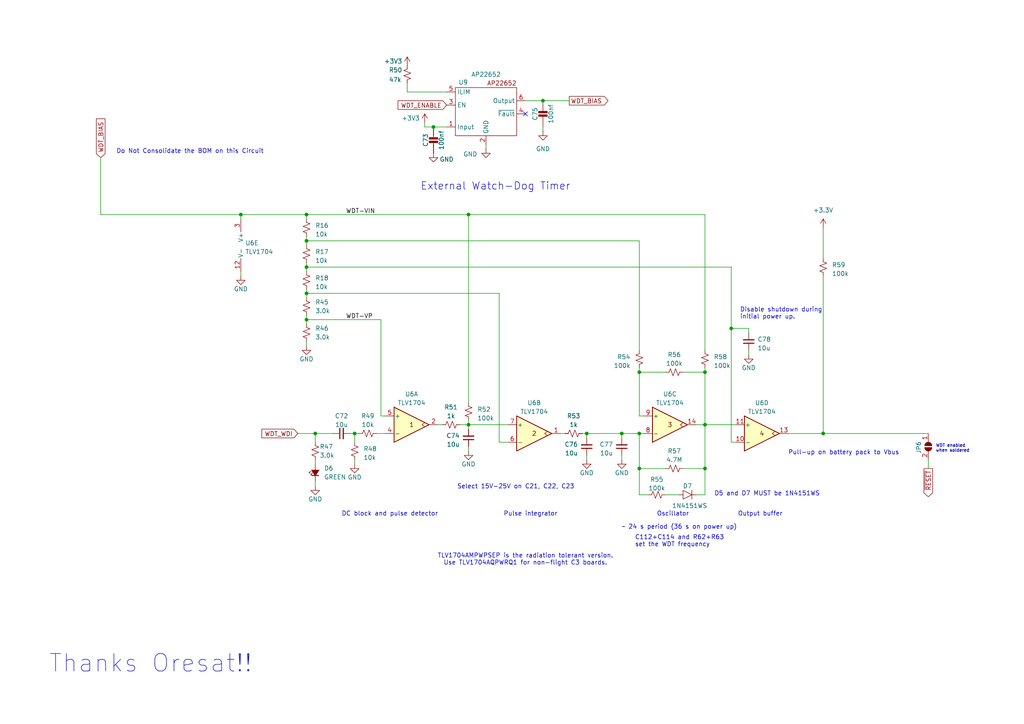
<source format=kicad_sch>
(kicad_sch (version 20250114) (generator "eeschema") (generator_version "9.0")
  (paper "A4")
  (title_block (title "Payload Board for Pleiades Atlas") (rev "v0.2") (company "Northeastern University") (comment 1 "Designed by Madhav Kapa"))
  (lib_symbols
    (symbol "Adafruit ItsyBitsy RP2040-eagle-import:CAP_CERAMIC_0402NO"
      (property "Reference" "C" (at -2.29 1.25 90))
      (property "Value" "CAP_CERAMIC_0402NO" (at 2.3 1.25 90))
      (symbol "CAP_CERAMIC_0402NO_1_0"
        (rectangle (start -1.27 1.524) (end 1.27 2.032) (fill (type outline)))
        (rectangle (start -1.27 0.508) (end 1.27 1.016) (fill (type outline)))
        (polyline (pts (xy 0 2.54) (xy 0 1.778)) (stroke (width 0.1524)))
        (polyline (pts (xy 0 0.762) (xy 0 0)) (stroke (width 0.1524)))
        (pin passive line (at 0 5.08 270) (length 2.54) (name "1") (number "1"))
        (pin passive line (at 0 -2.54 90) (length 2.54) (name "2") (number "2"))
      )
    )
    (symbol "Device:C_Small" (pin_numbers (hide yes)) (pin_names (offset 0.254) (hide yes))
      (property "Reference" "C" (at 0.254 1.778 0))
      (property "Value" "C_Small" (at 0.254 -2.032 0))
      (symbol "C_Small_0_1"
        (polyline (pts (xy -1.524 0.508) (xy 1.524 0.508)) (stroke (width 0.3048)))
        (polyline (pts (xy -1.524 -0.508) (xy 1.524 -0.508)) (stroke (width 0.3302)))
      )
      (symbol "C_Small_1_1"
        (pin passive line (at 0 2.54 270) (length 2.032) (name "~") (number "1"))
        (pin passive line (at 0 -2.54 90) (length 2.032) (name "~") (number "2"))
      )
    )
    (symbol "Device:LED_Small_Filled" (pin_numbers (hide yes)) (pin_names (offset 0.254) (hide yes))
      (property "Reference" "D" (at -1.27 3.175 0))
      (property "Value" "LED_Small_Filled" (at -4.445 -2.54 0))
      (symbol "LED_Small_Filled_0_1"
        (polyline (pts (xy -0.762 -1.016) (xy -0.762 1.016)) (stroke (width 0.254)))
        (polyline (pts (xy 0 0.762) (xy -0.508 1.27) (xy -0.254 1.27) (xy -0.508 1.27) (xy -0.508 1.016)))
        (polyline (pts (xy 0.508 1.27) (xy 0 1.778) (xy 0.254 1.778) (xy 0 1.778) (xy 0 1.524)))
        (polyline (pts (xy 0.762 -1.016) (xy -0.762 0) (xy 0.762 1.016) (xy 0.762 -1.016)) (stroke (width 0.254)) (fill (type outline)))
        (polyline (pts (xy 1.016 0) (xy -0.762 0)))
      )
      (symbol "LED_Small_Filled_1_1"
        (pin passive line (at -2.54 0 0) (length 1.778) (name "K") (number "1"))
        (pin passive line (at 2.54 0 180) (length 1.778) (name "A") (number "2"))
      )
    )
    (symbol "Device:R_Small_US" (pin_numbers (hide yes)) (pin_names (offset 0.254) (hide yes))
      (property "Reference" "R" (at 0.762 0.508 0))
      (property "Value" "R_Small_US" (at 0.762 -1.016 0))
      (symbol "R_Small_US_1_1"
        (polyline (pts (xy 0 1.524) (xy 1.016 1.143) (xy 0 0.762) (xy -1.016 0.381) (xy 0 0)))
        (polyline (pts (xy 0 0) (xy 1.016 -0.381) (xy 0 -0.762) (xy -1.016 -1.143) (xy 0 -1.524)))
        (pin passive line (at 0 2.54 270) (length 1.016) (name "~") (number "1"))
        (pin passive line (at 0 -2.54 90) (length 1.016) (name "~") (number "2"))
      )
    )
    (symbol "GND_1" (power) (pin_numbers (hide yes)) (pin_names (offset 0) (hide yes))
      (property "Value" "GND" (at 0 -3.81 0))
      (symbol "GND_1_0_1"
        (polyline (pts (xy 0 0) (xy 0 -1.27) (xy 1.27 -1.27) (xy 0 -2.54) (xy -1.27 -1.27) (xy 0 -1.27)))
      )
      (symbol "GND_1_1_1"
        (pin power_in line (at 0 0 270) (length 0) (name "~") (number "1"))
      )
    )
    (symbol "Jumper:SolderJumper_2_Open" (pin_names (offset 0) (hide yes))
      (property "Reference" "JP" (at 0 2.032 0))
      (property "Value" "SolderJumper_2_Open" (at 0 -2.54 0))
      (symbol "SolderJumper_2_Open_0_1"
        (polyline (pts (xy -0.254 1.016) (xy -0.254 -1.016)))
        (arc (start -0.254 -1.016) (mid -1.2656 0) (end -0.254 1.016))
        (arc (start -0.254 -1.016) (mid -1.2656 0) (end -0.254 1.016) (fill (type outline)))
        (arc (start 0.254 1.016) (mid 1.2656 0) (end 0.254 -1.016))
        (arc (start 0.254 1.016) (mid 1.2656 0) (end 0.254 -1.016) (fill (type outline)))
        (polyline (pts (xy 0.254 1.016) (xy 0.254 -1.016)))
      )
      (symbol "SolderJumper_2_Open_1_1"
        (pin passive line (at -3.81 0 0) (length 2.54) (name "A") (number "1"))
        (pin passive line (at 3.81 0 180) (length 2.54) (name "B") (number "2"))
      )
    )
    (symbol "Power_Management:AP22652"
      (property "Reference" "U" (at -7.874 9.906 0))
      (symbol "AP22652_0_1"
        (rectangle (start -8.89 8.89) (end 8.89 -5.08))
      )
      (symbol "AP22652_1_1"
        (text "AP22652" (at 4.572 10.16 0) (effects (font (size 1.27 1.27))))
        (pin input line (at -11.43 7.62 0) (length 2.54) (name "ILIM") (number "5"))
        (pin input line (at -11.43 3.81 0) (length 2.54) (name "EN") (number "3"))
        (pin input line (at -11.43 -2.54 0) (length 2.54) (name "Input") (number "1"))
        (pin input line (at 0 -7.62 90) (length 2.54) (name "GND") (number "2"))
        (pin output line (at 11.43 5.08 180) (length 2.54) (name "Output") (number "6"))
        (pin output line (at 11.43 1.27 180) (length 2.54) (name "~{Fault}") (number "4"))
      )
    )
    (symbol "TLV1704AIPWR_1" (pin_names (offset 0.127))
      (property "Reference" "U" (at 0 5.08 0))
      (property "Value" "TLV1704AIPWR" (at 0 -5.08 0))
      (symbol "TLV1704AIPWR_1_1_1"
        (polyline (pts (xy -5.08 5.08) (xy 5.08 0) (xy -5.08 -5.08) (xy -5.08 5.08)) (stroke (width 0.254)) (fill (type background)))
        (polyline (pts (xy 3.048 0) (xy 3.81 -0.635)))
        (polyline (pts (xy 3.81 0.635) (xy 3.048 0)))
        (text "1" (at 0 0 0) (effects (font (size 1.27 1.27))))
        (pin input line (at -7.62 2.54 0) (length 2.54) (name "+") (number "5"))
        (pin input line (at -7.62 -2.54 0) (length 2.54) (name "-") (number "4"))
        (pin open_collector line (at 7.62 0 180) (length 2.54) (name "~") (number "2"))
      )
      (symbol "TLV1704AIPWR_1_2_1"
        (polyline (pts (xy -5.08 5.08) (xy 5.08 0) (xy -5.08 -5.08) (xy -5.08 5.08)) (stroke (width 0.254)) (fill (type background)))
        (polyline (pts (xy 3.048 0) (xy 3.81 -0.635)))
        (polyline (pts (xy 3.81 0.635) (xy 3.048 0)))
        (text "2" (at 0 0 0) (effects (font (size 1.27 1.27))))
        (pin input line (at -7.62 2.54 0) (length 2.54) (name "+") (number "7"))
        (pin input line (at -7.62 -2.54 0) (length 2.54) (name "-") (number "6"))
        (pin open_collector line (at 7.62 0 180) (length 2.54) (name "~") (number "1"))
      )
      (symbol "TLV1704AIPWR_1_3_1"
        (polyline (pts (xy -5.08 5.08) (xy 5.08 0) (xy -5.08 -5.08) (xy -5.08 5.08)) (stroke (width 0.254)) (fill (type background)))
        (polyline (pts (xy 3.048 0) (xy 3.81 -0.635)))
        (polyline (pts (xy 3.81 0.635) (xy 3.048 0)))
        (text "3" (at 0 0 0) (effects (font (size 1.27 1.27))))
        (pin input line (at -7.62 2.54 0) (length 2.54) (name "+") (number "9"))
        (pin input line (at -7.62 -2.54 0) (length 2.54) (name "-") (number "8"))
        (pin open_collector line (at 7.62 0 180) (length 2.54) (name "~") (number "14"))
      )
      (symbol "TLV1704AIPWR_1_4_1"
        (polyline (pts (xy -5.08 5.08) (xy 5.08 0) (xy -5.08 -5.08) (xy -5.08 5.08)) (stroke (width 0.254)) (fill (type background)))
        (polyline (pts (xy 3.048 0) (xy 3.81 -0.635)))
        (polyline (pts (xy 3.81 0.635) (xy 3.048 0)))
        (text "4" (at 0 0 0) (effects (font (size 1.27 1.27))))
        (pin input line (at -7.62 2.54 0) (length 2.54) (name "+") (number "11"))
        (pin input line (at -7.62 -2.54 0) (length 2.54) (name "-") (number "10"))
        (pin open_collector line (at 7.62 0 180) (length 2.54) (name "~") (number "13"))
      )
      (symbol "TLV1704AIPWR_1_5_1"
        (pin power_in line (at -2.54 7.62 270) (length 3.81) (name "V+") (number "3"))
        (pin power_in line (at -2.54 -7.62 90) (length 3.81) (name "V-") (number "12"))
      )
    )
    (symbol "TLV1704AIPWR_2" (pin_names (offset 0.127))
      (property "Reference" "U" (at 0 5.08 0))
      (property "Value" "TLV1704AIPWR" (at 0 -5.08 0))
      (symbol "TLV1704AIPWR_2_1_1"
        (polyline (pts (xy -5.08 5.08) (xy 5.08 0) (xy -5.08 -5.08) (xy -5.08 5.08)) (stroke (width 0.254)) (fill (type background)))
        (polyline (pts (xy 3.048 0) (xy 3.81 -0.635)))
        (polyline (pts (xy 3.81 0.635) (xy 3.048 0)))
        (text "1" (at 0 0 0) (effects (font (size 1.27 1.27))))
        (pin input line (at -7.62 2.54 0) (length 2.54) (name "+") (number "5"))
        (pin input line (at -7.62 -2.54 0) (length 2.54) (name "-") (number "4"))
        (pin open_collector line (at 7.62 0 180) (length 2.54) (name "~") (number "2"))
      )
      (symbol "TLV1704AIPWR_2_2_1"
        (polyline (pts (xy -5.08 5.08) (xy 5.08 0) (xy -5.08 -5.08) (xy -5.08 5.08)) (stroke (width 0.254)) (fill (type background)))
        (polyline (pts (xy 3.048 0) (xy 3.81 -0.635)))
        (polyline (pts (xy 3.81 0.635) (xy 3.048 0)))
        (text "2" (at 0 0 0) (effects (font (size 1.27 1.27))))
        (pin input line (at -7.62 2.54 0) (length 2.54) (name "+") (number "7"))
        (pin input line (at -7.62 -2.54 0) (length 2.54) (name "-") (number "6"))
        (pin open_collector line (at 7.62 0 180) (length 2.54) (name "~") (number "1"))
      )
      (symbol "TLV1704AIPWR_2_3_1"
        (polyline (pts (xy -5.08 5.08) (xy 5.08 0) (xy -5.08 -5.08) (xy -5.08 5.08)) (stroke (width 0.254)) (fill (type background)))
        (polyline (pts (xy 3.048 0) (xy 3.81 -0.635)))
        (polyline (pts (xy 3.81 0.635) (xy 3.048 0)))
        (text "3" (at 0 0 0) (effects (font (size 1.27 1.27))))
        (pin input line (at -7.62 2.54 0) (length 2.54) (name "+") (number "9"))
        (pin input line (at -7.62 -2.54 0) (length 2.54) (name "-") (number "8"))
        (pin open_collector line (at 7.62 0 180) (length 2.54) (name "~") (number "14"))
      )
      (symbol "TLV1704AIPWR_2_4_1"
        (polyline (pts (xy -5.08 5.08) (xy 5.08 0) (xy -5.08 -5.08) (xy -5.08 5.08)) (stroke (width 0.254)) (fill (type background)))
        (polyline (pts (xy 3.048 0) (xy 3.81 -0.635)))
        (polyline (pts (xy 3.81 0.635) (xy 3.048 0)))
        (text "4" (at 0 0 0) (effects (font (size 1.27 1.27))))
        (pin input line (at -7.62 2.54 0) (length 2.54) (name "+") (number "11"))
        (pin input line (at -7.62 -2.54 0) (length 2.54) (name "-") (number "10"))
        (pin open_collector line (at 7.62 0 180) (length 2.54) (name "~") (number "13"))
      )
      (symbol "TLV1704AIPWR_2_5_1"
        (pin power_in line (at -2.54 7.62 270) (length 3.81) (name "V+") (number "3"))
        (pin power_in line (at -2.54 -7.62 90) (length 3.81) (name "V-") (number "12"))
      )
    )
    (symbol "TLV1704AIPWR_3" (pin_names (offset 0.127))
      (property "Reference" "U" (at 0 5.08 0))
      (property "Value" "TLV1704AIPWR" (at 0 -5.08 0))
      (symbol "TLV1704AIPWR_3_1_1"
        (polyline (pts (xy -5.08 5.08) (xy 5.08 0) (xy -5.08 -5.08) (xy -5.08 5.08)) (stroke (width 0.254)) (fill (type background)))
        (polyline (pts (xy 3.048 0) (xy 3.81 -0.635)))
        (polyline (pts (xy 3.81 0.635) (xy 3.048 0)))
        (text "1" (at 0 0 0) (effects (font (size 1.27 1.27))))
        (pin input line (at -7.62 2.54 0) (length 2.54) (name "+") (number "5"))
        (pin input line (at -7.62 -2.54 0) (length 2.54) (name "-") (number "4"))
        (pin open_collector line (at 7.62 0 180) (length 2.54) (name "~") (number "2"))
      )
      (symbol "TLV1704AIPWR_3_2_1"
        (polyline (pts (xy -5.08 5.08) (xy 5.08 0) (xy -5.08 -5.08) (xy -5.08 5.08)) (stroke (width 0.254)) (fill (type background)))
        (polyline (pts (xy 3.048 0) (xy 3.81 -0.635)))
        (polyline (pts (xy 3.81 0.635) (xy 3.048 0)))
        (text "2" (at 0 0 0) (effects (font (size 1.27 1.27))))
        (pin input line (at -7.62 2.54 0) (length 2.54) (name "+") (number "7"))
        (pin input line (at -7.62 -2.54 0) (length 2.54) (name "-") (number "6"))
        (pin open_collector line (at 7.62 0 180) (length 2.54) (name "~") (number "1"))
      )
      (symbol "TLV1704AIPWR_3_3_1"
        (polyline (pts (xy -5.08 5.08) (xy 5.08 0) (xy -5.08 -5.08) (xy -5.08 5.08)) (stroke (width 0.254)) (fill (type background)))
        (polyline (pts (xy 3.048 0) (xy 3.81 -0.635)))
        (polyline (pts (xy 3.81 0.635) (xy 3.048 0)))
        (text "3" (at 0 0 0) (effects (font (size 1.27 1.27))))
        (pin input line (at -7.62 2.54 0) (length 2.54) (name "+") (number "9"))
        (pin input line (at -7.62 -2.54 0) (length 2.54) (name "-") (number "8"))
        (pin open_collector line (at 7.62 0 180) (length 2.54) (name "~") (number "14"))
      )
      (symbol "TLV1704AIPWR_3_4_1"
        (polyline (pts (xy -5.08 5.08) (xy 5.08 0) (xy -5.08 -5.08) (xy -5.08 5.08)) (stroke (width 0.254)) (fill (type background)))
        (polyline (pts (xy 3.048 0) (xy 3.81 -0.635)))
        (polyline (pts (xy 3.81 0.635) (xy 3.048 0)))
        (text "4" (at 0 0 0) (effects (font (size 1.27 1.27))))
        (pin input line (at -7.62 2.54 0) (length 2.54) (name "+") (number "11"))
        (pin input line (at -7.62 -2.54 0) (length 2.54) (name "-") (number "10"))
        (pin open_collector line (at 7.62 0 180) (length 2.54) (name "~") (number "13"))
      )
      (symbol "TLV1704AIPWR_3_5_1"
        (pin power_in line (at -2.54 7.62 270) (length 3.81) (name "V+") (number "3"))
        (pin power_in line (at -2.54 -7.62 90) (length 3.81) (name "V-") (number "12"))
      )
    )
    (symbol "TLV1704AIPWR_4" (pin_names (offset 0.127))
      (property "Reference" "U" (at 0 5.08 0))
      (property "Value" "TLV1704AIPWR" (at 0 -5.08 0))
      (symbol "TLV1704AIPWR_4_1_1"
        (polyline (pts (xy -5.08 5.08) (xy 5.08 0) (xy -5.08 -5.08) (xy -5.08 5.08)) (stroke (width 0.254)) (fill (type background)))
        (polyline (pts (xy 3.048 0) (xy 3.81 -0.635)))
        (polyline (pts (xy 3.81 0.635) (xy 3.048 0)))
        (text "1" (at 0 0 0) (effects (font (size 1.27 1.27))))
        (pin input line (at -7.62 2.54 0) (length 2.54) (name "+") (number "5"))
        (pin input line (at -7.62 -2.54 0) (length 2.54) (name "-") (number "4"))
        (pin open_collector line (at 7.62 0 180) (length 2.54) (name "~") (number "2"))
      )
      (symbol "TLV1704AIPWR_4_2_1"
        (polyline (pts (xy -5.08 5.08) (xy 5.08 0) (xy -5.08 -5.08) (xy -5.08 5.08)) (stroke (width 0.254)) (fill (type background)))
        (polyline (pts (xy 3.048 0) (xy 3.81 -0.635)))
        (polyline (pts (xy 3.81 0.635) (xy 3.048 0)))
        (text "2" (at 0 0 0) (effects (font (size 1.27 1.27))))
        (pin input line (at -7.62 2.54 0) (length 2.54) (name "+") (number "7"))
        (pin input line (at -7.62 -2.54 0) (length 2.54) (name "-") (number "6"))
        (pin open_collector line (at 7.62 0 180) (length 2.54) (name "~") (number "1"))
      )
      (symbol "TLV1704AIPWR_4_3_1"
        (polyline (pts (xy -5.08 5.08) (xy 5.08 0) (xy -5.08 -5.08) (xy -5.08 5.08)) (stroke (width 0.254)) (fill (type background)))
        (polyline (pts (xy 3.048 0) (xy 3.81 -0.635)))
        (polyline (pts (xy 3.81 0.635) (xy 3.048 0)))
        (text "3" (at 0 0 0) (effects (font (size 1.27 1.27))))
        (pin input line (at -7.62 2.54 0) (length 2.54) (name "+") (number "9"))
        (pin input line (at -7.62 -2.54 0) (length 2.54) (name "-") (number "8"))
        (pin open_collector line (at 7.62 0 180) (length 2.54) (name "~") (number "14"))
      )
      (symbol "TLV1704AIPWR_4_4_1"
        (polyline (pts (xy -5.08 5.08) (xy 5.08 0) (xy -5.08 -5.08) (xy -5.08 5.08)) (stroke (width 0.254)) (fill (type background)))
        (polyline (pts (xy 3.048 0) (xy 3.81 -0.635)))
        (polyline (pts (xy 3.81 0.635) (xy 3.048 0)))
        (text "4" (at 0 0 0) (effects (font (size 1.27 1.27))))
        (pin input line (at -7.62 2.54 0) (length 2.54) (name "+") (number "11"))
        (pin input line (at -7.62 -2.54 0) (length 2.54) (name "-") (number "10"))
        (pin open_collector line (at 7.62 0 180) (length 2.54) (name "~") (number "13"))
      )
      (symbol "TLV1704AIPWR_4_5_1"
        (pin power_in line (at -2.54 7.62 270) (length 3.81) (name "V+") (number "3"))
        (pin power_in line (at -2.54 -7.62 90) (length 3.81) (name "V-") (number "12"))
      )
    )
    (symbol "oresat-diodes:1N4151WS-HE3" (pin_numbers (hide yes)) (pin_names (offset 0) (hide yes))
      (property "Reference" "D" (at 0 2.54 0))
      (property "Value" "1N4151WS" (at 0 -2.54 0))
      (symbol "1N4151WS-HE3_0_1"
        (polyline (pts (xy 1.27 0) (xy 1.27 1.27) (xy 1.27 -1.27) (xy 1.27 0) (xy -1.27 1.27) (xy -1.27 -1.27) (xy 1.27 0)))
      )
      (symbol "1N4151WS-HE3_1_1"
        (pin passive line (at -2.54 0 0) (length 1.27) (name "2") (number "2"))
        (pin passive line (at 2.54 0 180) (length 1.27) (name "1") (number "1"))
      )
    )
    (symbol "oresat-ics:TLV1704AIPWR" (pin_names (offset 0.127))
      (property "Reference" "U" (at 0 5.08 0))
      (property "Value" "TLV1704AIPWR" (at 0 -5.08 0))
      (symbol "TLV1704AIPWR_1_1"
        (polyline (pts (xy -5.08 5.08) (xy 5.08 0) (xy -5.08 -5.08) (xy -5.08 5.08)) (stroke (width 0.254)) (fill (type background)))
        (polyline (pts (xy 3.048 0) (xy 3.81 -0.635)))
        (polyline (pts (xy 3.81 0.635) (xy 3.048 0)))
        (text "1" (at 0 0 0) (effects (font (size 1.27 1.27))))
        (pin input line (at -7.62 2.54 0) (length 2.54) (name "+") (number "5"))
        (pin input line (at -7.62 -2.54 0) (length 2.54) (name "-") (number "4"))
        (pin open_collector line (at 7.62 0 180) (length 2.54) (name "~") (number "2"))
      )
      (symbol "TLV1704AIPWR_2_1"
        (polyline (pts (xy -5.08 5.08) (xy 5.08 0) (xy -5.08 -5.08) (xy -5.08 5.08)) (stroke (width 0.254)) (fill (type background)))
        (polyline (pts (xy 3.048 0) (xy 3.81 -0.635)))
        (polyline (pts (xy 3.81 0.635) (xy 3.048 0)))
        (text "2" (at 0 0 0) (effects (font (size 1.27 1.27))))
        (pin input line (at -7.62 2.54 0) (length 2.54) (name "+") (number "7"))
        (pin input line (at -7.62 -2.54 0) (length 2.54) (name "-") (number "6"))
        (pin open_collector line (at 7.62 0 180) (length 2.54) (name "~") (number "1"))
      )
      (symbol "TLV1704AIPWR_3_1"
        (polyline (pts (xy -5.08 5.08) (xy 5.08 0) (xy -5.08 -5.08) (xy -5.08 5.08)) (stroke (width 0.254)) (fill (type background)))
        (polyline (pts (xy 3.048 0) (xy 3.81 -0.635)))
        (polyline (pts (xy 3.81 0.635) (xy 3.048 0)))
        (text "3" (at 0 0 0) (effects (font (size 1.27 1.27))))
        (pin input line (at -7.62 2.54 0) (length 2.54) (name "+") (number "9"))
        (pin input line (at -7.62 -2.54 0) (length 2.54) (name "-") (number "8"))
        (pin open_collector line (at 7.62 0 180) (length 2.54) (name "~") (number "14"))
      )
      (symbol "TLV1704AIPWR_4_1"
        (polyline (pts (xy -5.08 5.08) (xy 5.08 0) (xy -5.08 -5.08) (xy -5.08 5.08)) (stroke (width 0.254)) (fill (type background)))
        (polyline (pts (xy 3.048 0) (xy 3.81 -0.635)))
        (polyline (pts (xy 3.81 0.635) (xy 3.048 0)))
        (text "4" (at 0 0 0) (effects (font (size 1.27 1.27))))
        (pin input line (at -7.62 2.54 0) (length 2.54) (name "+") (number "11"))
        (pin input line (at -7.62 -2.54 0) (length 2.54) (name "-") (number "10"))
        (pin open_collector line (at 7.62 0 180) (length 2.54) (name "~") (number "13"))
      )
      (symbol "TLV1704AIPWR_5_1"
        (pin power_in line (at -2.54 7.62 270) (length 3.81) (name "V+") (number "3"))
        (pin power_in line (at -2.54 -7.62 90) (length 3.81) (name "V-") (number "12"))
      )
    )
    (symbol "power:+3.3V" (power) (pin_numbers (hide yes)) (pin_names (offset 0) (hide yes))
      (property "Value" "+3.3V" (at 0 3.556 0))
      (symbol "+3.3V_0_1"
        (polyline (pts (xy -0.762 1.27) (xy 0 2.54)))
        (polyline (pts (xy 0 2.54) (xy 0.762 1.27)))
        (polyline (pts (xy 0 0) (xy 0 2.54)))
      )
      (symbol "+3.3V_1_1"
        (pin power_in line (at 0 0 90) (length 0) (name "~") (number "1"))
      )
    )
    (symbol "power:+3V3" (power) (pin_numbers (hide yes)) (pin_names (offset 0) (hide yes))
      (property "Value" "+3V3" (at 0 3.556 0))
      (symbol "+3V3_0_1"
        (polyline (pts (xy -0.762 1.27) (xy 0 2.54)))
        (polyline (pts (xy 0 2.54) (xy 0.762 1.27)))
        (polyline (pts (xy 0 0) (xy 0 2.54)))
      )
      (symbol "+3V3_1_1"
        (pin power_in line (at 0 0 90) (length 0) (name "~") (number "1"))
      )
    )
    (symbol "power:GND" (power) (pin_names (offset 0))
      (property "Value" "GND" (at 0 -3.81 0))
      (symbol "GND_0_1"
        (polyline (pts (xy 0 0) (xy 0 -1.27) (xy 1.27 -1.27) (xy 0 -2.54) (xy -1.27 -1.27) (xy 0 -1.27)))
      )
      (symbol "GND_1_1"
        (pin power_in line (at 0 0 270) (length 0) (hide yes) (name "GND") (number "1"))
      )
    )
  )
  (text "Disable shutdown during\ninitial power up." (at 214.63 92.71 0) (effects (font (size 1.27 1.27)) (justify left bottom)))
  (text "WDT enabled\nwhen soldered" (at 271.399 131.318 0) (effects (font (size 0.889 0.889)) (justify left bottom)))
  (text "DC block and pulse detector" (at 99.06 149.86 0) (effects (font (size 1.27 1.27)) (justify left bottom)))
  (text "Thanks Oresat!!" (at 43.688 192.532 0) (effects (font (size 5.08 5.08))))
  (text "Select 15V-25V on C21, C22, C23" (at 149.606 141.224 0) (effects (font (size 1.27 1.27))))
  (text "Pulse integrator" (at 146.05 149.86 0) (effects (font (size 1.27 1.27)) (justify left bottom)))
  (text "~ 24 s period (36 s on power up)" (at 180.34 153.67 0) (effects (font (size 1.27 1.27)) (justify left bottom)))
  (text "C112+C114 and R62+R63 \nset the WDT frequency" (at 184.15 158.75 0) (effects (font (size 1.27 1.27)) (justify left bottom)))
  (text "Oscillator" (at 190.5 149.86 0) (effects (font (size 1.27 1.27)) (justify left bottom)))
  (text "TLV1704AMPWPSEP is the radiation tolerant version.\nUse TLV1704AQPWRQ1 for non-flight C3 boards." (at 152.4 162.306 0) (effects (font (size 1.27 1.27))))
  (text "Output buffer" (at 213.995 149.86 0) (effects (font (size 1.27 1.27)) (justify left bottom)))
  (text "Do Not Consolidate the BOM on this Circuit" (at 55.118 43.942 0) (effects (font (size 1.27 1.27))))
  (text "Pull-up on battery pack to Vbus" (at 228.6 132.08 0) (effects (font (size 1.27 1.27)) (justify left bottom)))
  (text "External Watch-Dog Timer" (at 121.92 55.372 0) (effects (font (size 2.159 2.159)) (justify left bottom)))
  (text "D5 and D7 MUST be 1N4151WS" (at 222.504 143.256 0) (effects (font (size 1.27 1.27))))
  (junction (at 180.34 125.73))
  (junction (at 91.44 125.73))
  (junction (at 102.87 125.73))
  (junction (at 170.18 125.73))
  (junction (at 204.47 123.19))
  (junction (at 88.9 92.71))
  (junction (at 238.76 125.73))
  (junction (at 88.9 85.09))
  (junction (at 125.73 36.83))
  (junction (at 69.85 62.23))
  (junction (at 185.42 135.89))
  (junction (at 185.42 125.73))
  (junction (at 135.89 62.23))
  (junction (at 88.9 62.23))
  (junction (at 204.47 107.95))
  (junction (at 88.9 77.47))
  (junction (at 88.9 69.85))
  (junction (at 185.42 107.95))
  (junction (at 204.47 135.89))
  (junction (at 212.09 95.25))
  (junction (at 157.48 29.21))
  (junction (at 135.89 123.19))
  (no_connect (at 152.4 33.02))
  (wire (pts (xy 185.42 101.6) (xy 185.42 69.85)))
  (wire (pts (xy 162.56 125.73) (xy 163.83 125.73)))
  (wire (pts (xy 88.9 69.85) (xy 88.9 71.12)))
  (wire (pts (xy 180.34 133.35) (xy 180.34 132.08)))
  (wire (pts (xy 88.9 63.5) (xy 88.9 62.23)))
  (wire (pts (xy 29.21 45.72) (xy 29.21 62.23)))
  (wire (pts (xy 198.12 107.95) (xy 204.47 107.95)))
  (wire (pts (xy 212.09 95.25) (xy 217.17 95.25)))
  (wire (pts (xy 186.69 120.65) (xy 185.42 120.65)))
  (wire (pts (xy 170.18 125.73) (xy 170.18 127)))
  (wire (pts (xy 88.9 85.09) (xy 88.9 86.36)))
  (wire (pts (xy 86.36 125.73) (xy 91.44 125.73)))
  (wire (pts (xy 204.47 107.95) (xy 204.47 123.19)))
  (wire (pts (xy 144.78 85.09) (xy 144.78 128.27)))
  (wire (pts (xy 129.54 26.67) (xy 118.11 26.67)))
  (wire (pts (xy 185.42 106.68) (xy 185.42 107.95)))
  (wire (pts (xy 212.09 95.25) (xy 212.09 128.27)))
  (wire (pts (xy 185.42 135.89) (xy 185.42 125.73)))
  (wire (pts (xy 238.76 66.04) (xy 238.76 74.93)))
  (wire (pts (xy 152.4 29.21) (xy 157.48 29.21)))
  (wire (pts (xy 91.44 125.73) (xy 96.52 125.73)))
  (wire (pts (xy 212.09 77.47) (xy 212.09 95.25)))
  (wire (pts (xy 212.09 128.27) (xy 213.36 128.27)))
  (wire (pts (xy 135.89 123.19) (xy 135.89 124.46)))
  (wire (pts (xy 157.48 36.83) (xy 157.48 38.1)))
  (wire (pts (xy 88.9 83.82) (xy 88.9 85.09)))
  (wire (pts (xy 185.42 143.51) (xy 185.42 135.89)))
  (wire (pts (xy 217.17 96.52) (xy 217.17 95.25)))
  (wire (pts (xy 88.9 92.71) (xy 88.9 93.98)))
  (wire (pts (xy 88.9 77.47) (xy 88.9 78.74)))
  (wire (pts (xy 201.93 123.19) (xy 204.47 123.19)))
  (wire (pts (xy 193.04 143.51) (xy 196.85 143.51)))
  (wire (pts (xy 269.24 133.35) (xy 269.24 135.89)))
  (wire (pts (xy 157.48 29.21) (xy 165.1 29.21)))
  (wire (pts (xy 88.9 91.44) (xy 88.9 92.71)))
  (wire (pts (xy 88.9 68.58) (xy 88.9 69.85)))
  (wire (pts (xy 118.11 26.67) (xy 118.11 24.13)))
  (wire (pts (xy 88.9 92.71) (xy 110.49 92.71)))
  (wire (pts (xy 201.93 143.51) (xy 204.47 143.51)))
  (wire (pts (xy 102.87 125.73) (xy 104.14 125.73)))
  (wire (pts (xy 135.89 62.23) (xy 135.89 116.84)))
  (wire (pts (xy 185.42 125.73) (xy 186.69 125.73)))
  (wire (pts (xy 109.22 125.73) (xy 111.76 125.73)))
  (wire (pts (xy 133.35 123.19) (xy 135.89 123.19)))
  (wire (pts (xy 135.89 62.23) (xy 88.9 62.23)))
  (wire (pts (xy 101.6 125.73) (xy 102.87 125.73)))
  (wire (pts (xy 204.47 135.89) (xy 204.47 123.19)))
  (wire (pts (xy 185.42 107.95) (xy 193.04 107.95)))
  (wire (pts (xy 88.9 85.09) (xy 144.78 85.09)))
  (wire (pts (xy 69.85 63.5) (xy 69.85 62.23)))
  (wire (pts (xy 91.44 128.27) (xy 91.44 125.73)))
  (wire (pts (xy 102.87 125.73) (xy 102.87 128.27)))
  (wire (pts (xy 102.87 133.35) (xy 102.87 134.62)))
  (wire (pts (xy 204.47 106.68) (xy 204.47 107.95)))
  (wire (pts (xy 217.17 102.87) (xy 217.17 101.6)))
  (wire (pts (xy 193.04 135.89) (xy 185.42 135.89)))
  (wire (pts (xy 204.47 123.19) (xy 213.36 123.19)))
  (wire (pts (xy 170.18 125.73) (xy 180.34 125.73)))
  (wire (pts (xy 125.73 36.83) (xy 129.54 36.83)))
  (wire (pts (xy 204.47 143.51) (xy 204.47 135.89)))
  (wire (pts (xy 135.89 62.23) (xy 204.47 62.23)))
  (wire (pts (xy 144.78 128.27) (xy 147.32 128.27)))
  (wire (pts (xy 69.85 80.01) (xy 69.85 78.74)))
  (wire (pts (xy 127 123.19) (xy 128.27 123.19)))
  (wire (pts (xy 88.9 77.47) (xy 212.09 77.47)))
  (wire (pts (xy 110.49 120.65) (xy 111.76 120.65)))
  (wire (pts (xy 204.47 101.6) (xy 204.47 62.23)))
  (wire (pts (xy 110.49 92.71) (xy 110.49 120.65)))
  (wire (pts (xy 91.44 140.97) (xy 91.44 139.7)))
  (wire (pts (xy 170.18 133.35) (xy 170.18 132.08)))
  (wire (pts (xy 185.42 143.51) (xy 187.96 143.51)))
  (wire (pts (xy 228.6 125.73) (xy 238.76 125.73)))
  (wire (pts (xy 198.12 135.89) (xy 204.47 135.89)))
  (wire (pts (xy 185.42 120.65) (xy 185.42 107.95)))
  (wire (pts (xy 140.97 41.91) (xy 140.97 43.18)))
  (wire (pts (xy 88.9 69.85) (xy 185.42 69.85)))
  (wire (pts (xy 168.91 125.73) (xy 170.18 125.73)))
  (wire (pts (xy 238.76 80.01) (xy 238.76 125.73)))
  (wire (pts (xy 69.85 62.23) (xy 88.9 62.23)))
  (wire (pts (xy 29.21 62.23) (xy 69.85 62.23)))
  (wire (pts (xy 91.44 133.35) (xy 91.44 134.62)))
  (wire (pts (xy 135.89 130.81) (xy 135.89 129.54)))
  (wire (pts (xy 180.34 127) (xy 180.34 125.73)))
  (wire (pts (xy 135.89 123.19) (xy 147.32 123.19)))
  (wire (pts (xy 238.76 125.73) (xy 269.24 125.73)))
  (wire (pts (xy 123.19 35.56) (xy 123.19 36.83)))
  (wire (pts (xy 88.9 76.2) (xy 88.9 77.47)))
  (wire (pts (xy 123.19 36.83) (xy 125.73 36.83)))
  (wire (pts (xy 180.34 125.73) (xy 185.42 125.73)))
  (wire (pts (xy 135.89 123.19) (xy 135.89 121.92)))
  (wire (pts (xy 88.9 99.06) (xy 88.9 100.33)))
  (label "WDT-VP" (at 100.33 92.71 0))
  (label "WDT-VIN" (at 100.33 62.23 0))
  (global_label "WDT_BIAS" (shape output) (at 165.1 29.21 0) (property "Intersheetrefs" "${INTERSHEET_REFS}" (effects (hide yes))))
  (global_label "WDT_BIAS" (shape input) (at 29.21 45.72 90) (property "Intersheetrefs" "${INTERSHEET_REFS}" (effects (hide yes))))
  (global_label "WDT_WDI" (shape input) (at 86.36 125.73 180) (effects (font (thickness 0.1588))) (property "Intersheetrefs" "${INTERSHEET_REFS}" (effects (hide yes))))
  (global_label "~{RESET}" (shape output) (at 269.24 135.89 270) (property "Intersheetrefs" "${INTERSHEET_REFS}" (effects (hide yes))))
  (global_label "WDT_ENABLE" (shape input) (at 129.54 30.48 180) (property "Intersheetrefs" "${INTERSHEET_REFS}" (effects (hide yes))))
  (symbol (lib_name "TLV1704AIPWR_3") (lib_id "oresat-ics:TLV1704AIPWR") (at 220.98 125.73 0) (unit 4)
    (property "Reference" "U6" (at 220.98 116.84 0))
    (property "Value" "TLV1704" (at 220.98 119.38 0))
    (property "Footprint" "Package_SO:TSSOP-14_4.4x5mm_P0.65mm" (effects (hide yes)))
    (property "Datasheet" "https://www.ti.com/lit/ds/symlink/tlv1704-sep.pdf" (effects (hide yes)))
    (property "Description" "Analog Comparators 2.2-V to 36-V, radiation tolerant microPower quad comparator in space enhanced plastic 14-TSSOP -55 to 125" (effects (hide yes)))
    (property "MFR" "Texas Instruments" (effects (hide yes)))
    (property "MPN" "TLV1704AQPWRQ1" (effects (hide yes)))
    (property "DST" "Digi-Key" (effects (hide yes)))
    (property "DPN" "296-43799-2-ND" (effects (hide yes)))
  )
  (symbol (lib_id "Device:R_Small_US") (at 130.81 123.19 90) (unit 1)
    (property "Reference" "R51" (at 130.81 118.11 90))
    (property "Value" "1k" (at 130.81 120.65 90))
    (property "Footprint" "Resistor_SMD:R_0402_1005Metric" (effects (hide yes)))
    (property "Description" "1 kOhms ±1% 0.1W, 1/10W Chip Resistor 0603 (1608 Metric) Automotive AEC-Q200 Thick Film" (effects (hide yes)))
    (property "DPN" "RMCF0603FT1K00CT-ND" (effects (hide yes)))
    (property "DST" "Digi-Key" (effects (hide yes)))
    (property "MFR" "Stackpole Electronics Inc" (effects (hide yes)))
    (property "MPN" "RMCF0603FT1K00" (effects (hide yes)))
  )
  (symbol (lib_name "GND_1") (lib_id "power:GND") (at 140.97 43.18 0) (unit 1)
    (property "Reference" "#PWR0113" (effects (hide yes)))
    (property "Value" "GND" (at 136.398 44.704 0))
    (property "Description" "Power symbol creates a global label with name \"GND\" , ground" (effects (hide yes)))
  )
  (symbol (lib_id "Device:R_Small_US") (at 91.44 130.81 0) (unit 1)
    (property "Reference" "R47" (at 92.71 129.54 0) (effects (justify left)))
    (property "Value" "3.0k" (at 92.71 132.08 0) (effects (justify left)))
    (property "Footprint" "Resistor_SMD:R_0402_1005Metric" (effects (hide yes)))
    (property "Description" "3 kOhms ±1% 0.1W, 1/10W Chip Resistor 0603 (1608 Metric) Automotive AEC-Q200 Thick Film" (effects (hide yes)))
    (property "DPN" "RMCF0603FT3K00CT-ND" (effects (hide yes)))
    (property "DST" "Digi-Key" (effects (hide yes)))
    (property "MFR" "Stackpole Electronics Inc" (effects (hide yes)))
    (property "MPN" "RMCF0603FT3K00" (effects (hide yes)))
  )
  (symbol (lib_id "Power_Management:AP22652") (at 140.97 34.29 0) (unit 1)
    (property "Reference" "U9" (at 134.366 23.876 0))
    (property "Value" "AP22652" (at 140.97 21.59 0))
    (property "Footprint" "SOT26:SOT26" (effects (hide yes)))
  )
  (symbol (lib_id "power:GND") (at 88.9 100.33 0) (unit 1)
    (property "Reference" "#PWR0106" (effects (hide yes)))
    (property "Value" "GND" (at 88.9 104.14 0))
    (property "Description" "Power symbol creates a global label with name \"GND\" , ground" (effects (hide yes)))
  )
  (symbol (lib_name "TLV1704AIPWR_2") (lib_id "oresat-ics:TLV1704AIPWR") (at 194.31 123.19 0) (unit 3)
    (property "Reference" "U6" (at 194.31 114.3 0))
    (property "Value" "TLV1704" (at 194.31 116.84 0))
    (property "Footprint" "Package_SO:TSSOP-14_4.4x5mm_P0.65mm" (effects (hide yes)))
    (property "Datasheet" "https://www.ti.com/lit/ds/symlink/tlv1704-sep.pdf" (effects (hide yes)))
    (property "Description" "Analog Comparators 2.2-V to 36-V, radiation tolerant microPower quad comparator in space enhanced plastic 14-TSSOP -55 to 125" (effects (hide yes)))
    (property "MFR" "Texas Instruments" (effects (hide yes)))
    (property "MPN" "TLV1704AQPWRQ1" (effects (hide yes)))
    (property "DST" "Digi-Key" (effects (hide yes)))
    (property "DPN" "296-43799-2-ND" (effects (hide yes)))
  )
  (symbol (lib_id "Device:R_Small_US") (at 190.5 143.51 270) (unit 1)
    (property "Reference" "R55" (at 190.5 139.065 90))
    (property "Value" "100k" (at 190.5 141.605 90))
    (property "Footprint" "Resistor_SMD:R_0402_1005Metric" (effects (hide yes)))
    (property "Description" "100 kOhms ±5% 0.1W, 1/10W Chip Resistor 0603 (1608 Metric) Automotive AEC-Q200 Thick Film" (effects (hide yes)))
    (property "DPN" "RMCF0603FT100KCT-ND" (effects (hide yes)))
    (property "DST" "Digi-Key" (effects (hide yes)))
    (property "MFR" "Stackpole Electronics Inc" (effects (hide yes)))
    (property "MPN" "RMCF0603FT100K" (effects (hide yes)))
  )
  (symbol (lib_id "power:+3V3") (at 123.19 35.56 0) (unit 1)
    (property "Reference" "#PWR0110" (effects (hide yes)))
    (property "Value" "+3V3" (at 119.126 34.29 0))
    (property "Description" "Power symbol creates a global label with name \"+3V3\"" (effects (hide yes)))
  )
  (symbol (lib_id "power:GND") (at 69.85 80.01 0) (mirror y) (unit 1)
    (property "Reference" "#PWR0105" (effects (hide yes)))
    (property "Value" "GND" (at 69.85 83.82 0))
    (property "Description" "Power symbol creates a global label with name \"GND\" , ground" (effects (hide yes)))
  )
  (symbol (lib_id "Device:R_Small_US") (at 88.9 73.66 0) (unit 1)
    (property "Reference" "R17" (at 91.44 73.025 0) (effects (justify left)))
    (property "Value" "10k" (at 91.44 75.565 0) (effects (justify left)))
    (property "Footprint" "Resistor_SMD:R_0402_1005Metric" (effects (hide yes)))
    (property "Description" "10 kOhms ±1% 0.1W, 1/10W Chip Resistor 0603 (1608 Metric) Automotive AEC-Q200 Thick Film" (effects (hide yes)))
    (property "DPN" "RMCF0603FT10K0CT-ND" (effects (hide yes)))
    (property "DST" "Digi-Key" (effects (hide yes)))
    (property "MFR" "Stackpole Electronics Inc" (effects (hide yes)))
    (property "MPN" "RMCF0603FT10K0" (effects (hide yes)))
  )
  (symbol (lib_id "power:GND") (at 217.17 102.87 0) (mirror y) (unit 1)
    (property "Reference" "#PWR0117" (effects (hide yes)))
    (property "Value" "GND" (at 217.17 106.68 0))
    (property "Description" "Power symbol creates a global label with name \"GND\" , ground" (effects (hide yes)))
  )
  (symbol (lib_id "Device:R_Small_US") (at 185.42 104.14 0) (mirror x) (unit 1)
    (property "Reference" "R54" (at 182.88 103.505 0) (effects (justify right)))
    (property "Value" "100k" (at 182.88 106.045 0) (effects (justify right)))
    (property "Footprint" "Resistor_SMD:R_0402_1005Metric" (effects (hide yes)))
    (property "Description" "100 kOhms ±5% 0.1W, 1/10W Chip Resistor 0603 (1608 Metric) Automotive AEC-Q200 Thick Film" (effects (hide yes)))
    (property "DPN" "RMCF0603FT100KCT-ND" (effects (hide yes)))
    (property "DST" "Digi-Key" (effects (hide yes)))
    (property "MFR" "Stackpole Electronics Inc" (effects (hide yes)))
    (property "MPN" "RMCF0603FT100K" (effects (hide yes)))
  )
  (symbol (lib_id "Device:R_Small_US") (at 106.68 125.73 90) (unit 1)
    (property "Reference" "R49" (at 106.68 120.65 90))
    (property "Value" "10k" (at 106.68 123.19 90))
    (property "Footprint" "Resistor_SMD:R_0402_1005Metric" (effects (hide yes)))
    (property "Description" "10 kOhms ±1% 0.1W, 1/10W Chip Resistor 0603 (1608 Metric) Automotive AEC-Q200 Thick Film" (effects (hide yes)))
    (property "DPN" "RMCF0603FT10K0CT-ND" (effects (hide yes)))
    (property "DST" "Digi-Key" (effects (hide yes)))
    (property "MFR" "Stackpole Electronics Inc" (effects (hide yes)))
    (property "MPN" "RMCF0603FT10K0" (effects (hide yes)))
  )
  (symbol (lib_id "power:GND") (at 91.44 140.97 0) (unit 1)
    (property "Reference" "#PWR0107" (effects (hide yes)))
    (property "Value" "GND" (at 91.44 144.78 0))
    (property "Description" "Power symbol creates a global label with name \"GND\" , ground" (effects (hide yes)))
  )
  (symbol (lib_name "GND_1") (lib_id "power:GND") (at 125.73 44.45 0) (unit 1)
    (property "Reference" "#PWR0111" (effects (hide yes)))
    (property "Value" "GND" (at 129.54 46.228 0))
    (property "Description" "Power symbol creates a global label with name \"GND\" , ground" (effects (hide yes)))
  )
  (symbol (lib_id "Device:C_Small") (at 180.34 129.54 0) (mirror x) (unit 1)
    (property "Reference" "C77" (at 177.8 128.8986 0) (effects (justify right)))
    (property "Value" "10u" (at 177.8 131.4386 0) (effects (justify right)))
    (property "Footprint" "Capacitor_SMD:C_0603_1608Metric" (effects (hide yes)))
    (property "Description" "10 µF ±10% 16V Ceramic Capacitor X5R 0603 (1608 Metric)" (effects (hide yes)))
    (property "DPN" "490-12317-1-ND" (effects (hide yes)))
    (property "DST" "Digi-Key" (effects (hide yes)))
    (property "MFR" "Murata" (effects (hide yes)))
    (property "MPN" "GRT188R61C106KE13D" (effects (hide yes)))
  )
  (symbol (lib_id "Device:C_Small") (at 217.17 99.06 180) (unit 1)
    (property "Reference" "C78" (at 219.71 98.4186 0) (effects (justify right)))
    (property "Value" "10u" (at 219.71 100.9586 0) (effects (justify right)))
    (property "Footprint" "Capacitor_SMD:C_0603_1608Metric" (effects (hide yes)))
    (property "Description" "10 µF ±10% 16V Ceramic Capacitor X5R 0603 (1608 Metric)" (effects (hide yes)))
    (property "DPN" "490-12317-1-ND" (effects (hide yes)))
    (property "DST" "Digi-Key" (effects (hide yes)))
    (property "MFR" "Murata" (effects (hide yes)))
    (property "MPN" "GRT188R61C106KE13D" (effects (hide yes)))
  )
  (symbol (lib_id "Device:C_Small") (at 135.89 127 0) (mirror x) (unit 1)
    (property "Reference" "C74" (at 133.35 126.3586 0) (effects (justify right)))
    (property "Value" "10u" (at 133.35 128.8986 0) (effects (justify right)))
    (property "Footprint" "Capacitor_SMD:C_0603_1608Metric" (effects (hide yes)))
    (property "Description" "10 µF ±10% 16V Ceramic Capacitor X5R 0603 (1608 Metric)" (effects (hide yes)))
    (property "DPN" "490-12317-1-ND" (effects (hide yes)))
    (property "DST" "Digi-Key" (effects (hide yes)))
    (property "MFR" "Murata" (effects (hide yes)))
    (property "MPN" "GRT188R61C106KE13D" (effects (hide yes)))
  )
  (symbol (lib_name "TLV1704AIPWR_1") (lib_id "oresat-ics:TLV1704AIPWR") (at 119.38 123.19 0) (unit 1)
    (property "Reference" "U6" (at 119.38 114.3 0))
    (property "Value" "TLV1704" (at 119.38 116.84 0))
    (property "Footprint" "Package_SO:TSSOP-14_4.4x5mm_P0.65mm" (effects (hide yes)))
    (property "Datasheet" "https://www.ti.com/lit/ds/symlink/tlv1704-sep.pdf" (effects (hide yes)))
    (property "Description" "Analog Comparators 2.2-V to 36-V, radiation tolerant microPower quad comparator in space enhanced plastic 14-TSSOP -55 to 125" (effects (hide yes)))
    (property "MFR" "Texas Instruments" (effects (hide yes)))
    (property "MPN" "TLV1704AQPWRQ1" (effects (hide yes)))
    (property "DST" "Digi-Key" (effects (hide yes)))
    (property "DPN" "296-43799-2-ND" (effects (hide yes)))
  )
  (symbol (lib_name "TLV1704AIPWR_4") (lib_id "oresat-ics:TLV1704AIPWR") (at 154.94 125.73 0) (unit 2)
    (property "Reference" "U6" (at 154.94 116.84 0))
    (property "Value" "TLV1704" (at 154.94 119.38 0))
    (property "Footprint" "Package_SO:TSSOP-14_4.4x5mm_P0.65mm" (effects (hide yes)))
    (property "Datasheet" "https://www.ti.com/lit/ds/symlink/tlv1704-sep.pdf" (effects (hide yes)))
    (property "Description" "Analog Comparators 2.2-V to 36-V, radiation tolerant microPower quad comparator in space enhanced plastic 14-TSSOP -55 to 125" (effects (hide yes)))
    (property "MFR" "Texas Instruments" (effects (hide yes)))
    (property "MPN" "TLV1704AQPWRQ1" (effects (hide yes)))
    (property "DST" "Digi-Key" (effects (hide yes)))
    (property "DPN" "296-43799-2-ND" (effects (hide yes)))
  )
  (symbol (lib_id "Device:R_Small_US") (at 88.9 66.04 0) (unit 1)
    (property "Reference" "R16" (at 91.44 65.405 0) (effects (justify left)))
    (property "Value" "10k" (at 91.44 67.945 0) (effects (justify left)))
    (property "Footprint" "Resistor_SMD:R_0402_1005Metric" (effects (hide yes)))
    (property "Description" "10 kOhms ±1% 0.1W, 1/10W Chip Resistor 0603 (1608 Metric) Automotive AEC-Q200 Thick Film" (effects (hide yes)))
    (property "DPN" "RMCF0603FT10K0CT-ND" (effects (hide yes)))
    (property "DST" "Digi-Key" (effects (hide yes)))
    (property "MFR" "Stackpole Electronics Inc" (effects (hide yes)))
    (property "MPN" "RMCF0603FT10K0" (effects (hide yes)))
  )
  (symbol (lib_id "Device:R_Small_US") (at 102.87 130.81 0) (unit 1)
    (property "Reference" "R48" (at 105.41 130.175 0) (effects (justify left)))
    (property "Value" "10k" (at 105.41 132.715 0) (effects (justify left)))
    (property "Footprint" "Resistor_SMD:R_0402_1005Metric" (effects (hide yes)))
    (property "Description" "10 kOhms ±1% 0.1W, 1/10W Chip Resistor 0603 (1608 Metric) Automotive AEC-Q200 Thick Film" (effects (hide yes)))
    (property "DPN" "RMCF0603FT10K0CT-ND" (effects (hide yes)))
    (property "DST" "Digi-Key" (effects (hide yes)))
    (property "MFR" "Stackpole Electronics Inc" (effects (hide yes)))
    (property "MPN" "RMCF0603FT10K0" (effects (hide yes)))
  )
  (symbol (lib_id "Device:R_Small_US") (at 118.11 21.59 0) (mirror y) (unit 1)
    (property "Reference" "R50" (at 112.776 20.32 0) (effects (justify right)))
    (property "Value" "47k" (at 112.776 23.114 0) (effects (justify right)))
    (property "Footprint" "Resistor_SMD:R_0402_1005Metric" (effects (hide yes)))
    (property "Description" "47 kOhms ±1% 0.1W, 1/10W Chip Resistor 0603 (1608 Metric) Automotive AEC-Q200 Thick Film" (effects (hide yes)))
    (property "DPN" "RMCF0603FT47K0CT-ND" (effects (hide yes)))
    (property "DST" "Digi-Key" (effects (hide yes)))
    (property "MFR" "Stackpole Electronics Inc" (effects (hide yes)))
    (property "MPN" "RMCF0603FT47K0" (effects (hide yes)))
  )
  (symbol (lib_id "Device:R_Small_US") (at 88.9 81.28 0) (unit 1)
    (property "Reference" "R18" (at 91.44 80.645 0) (effects (justify left)))
    (property "Value" "10k" (at 91.44 83.185 0) (effects (justify left)))
    (property "Footprint" "Resistor_SMD:R_0402_1005Metric" (effects (hide yes)))
    (property "Description" "10 kOhms ±1% 0.1W, 1/10W Chip Resistor 0603 (1608 Metric) Automotive AEC-Q200 Thick Film" (effects (hide yes)))
    (property "DPN" "RMCF0603FT10K0CT-ND" (effects (hide yes)))
    (property "DST" "Digi-Key" (effects (hide yes)))
    (property "MFR" "Stackpole Electronics Inc" (effects (hide yes)))
    (property "MPN" "RMCF0603FT10K0" (effects (hide yes)))
  )
  (symbol (lib_id "Device:R_Small_US") (at 88.9 96.52 0) (unit 1)
    (property "Reference" "R46" (at 91.44 95.25 0) (effects (justify left)))
    (property "Value" "3.0k" (at 91.44 97.79 0) (effects (justify left)))
    (property "Footprint" "Resistor_SMD:R_0402_1005Metric" (effects (hide yes)))
    (property "Description" "3 kOhms ±1% 0.1W, 1/10W Chip Resistor 0603 (1608 Metric) Automotive AEC-Q200 Thick Film" (effects (hide yes)))
    (property "DPN" "RMCF0603FT3K00CT-ND" (effects (hide yes)))
    (property "DST" "Digi-Key" (effects (hide yes)))
    (property "MFR" "Stackpole Electronics Inc" (effects (hide yes)))
    (property "MPN" "RMCF0603FT3K00" (effects (hide yes)))
  )
  (symbol (lib_id "Device:R_Small_US") (at 166.37 125.73 90) (unit 1)
    (property "Reference" "R53" (at 166.37 120.65 90))
    (property "Value" "1k" (at 166.37 123.19 90))
    (property "Footprint" "Resistor_SMD:R_0402_1005Metric" (effects (hide yes)))
    (property "Description" "1 kOhms ±1% 0.1W, 1/10W Chip Resistor 0603 (1608 Metric) Automotive AEC-Q200 Thick Film" (effects (hide yes)))
    (property "DPN" "RMCF0603FT1K00CT-ND" (effects (hide yes)))
    (property "DST" "Digi-Key" (effects (hide yes)))
    (property "MFR" "Stackpole Electronics Inc" (effects (hide yes)))
    (property "MPN" "RMCF0603FT1K00" (effects (hide yes)))
  )
  (symbol (lib_id "power:+3V3") (at 118.11 19.05 0) (unit 1)
    (property "Reference" "#PWR0109" (effects (hide yes)))
    (property "Value" "+3V3" (at 114.046 17.78 0))
    (property "Description" "Power symbol creates a global label with name \"+3V3\"" (effects (hide yes)))
  )
  (symbol (lib_id "oresat-diodes:1N4151WS-HE3") (at 199.39 143.51 0) (unit 1)
    (property "Reference" "D7" (at 199.39 140.97 0))
    (property "Value" "1N4151WS" (at 200.025 146.685 0))
    (property "Footprint" "Diode_SMD:D_SOD-323" (effects (hide yes)))
    (property "Datasheet" "https://www.vishay.com/docs/85847/1n4151ws.pdf" (effects (hide yes)))
    (property "Description" "Diode Standard 50V 150mA Surface Mount SOD-323" (effects (hide yes)))
    (property "DPN" "112-1N4151WS-E3-08CT-ND" (effects (hide yes)))
    (property "DST" "Digi-Key" (effects (hide yes)))
    (property "MFR" "Vishay" (effects (hide yes)))
    (property "MPN" "1N4151WS-E3-08" (effects (hide yes)))
  )
  (symbol (lib_id "Device:LED_Small_Filled") (at 91.44 137.16 90) (unit 1)
    (property "Reference" "D6" (at 93.98 135.8265 90) (effects (justify right)))
    (property "Value" "GREEN" (at 93.98 138.3665 90) (effects (justify right)))
    (property "Footprint" "LED_SMD:LED_0603_1608Metric" (effects (hide yes)))
    (property "Description" "Green 520nm LED Indication - Discrete 3.2V 0603 (1608 Metric) - 430 mcd @ 20 mA" (effects (hide yes)))
    (property "DPN" "732-4971-1-ND" (effects (hide yes)))
    (property "DST" "Digi-Key" (effects (hide yes)))
    (property "MFR" "Wurth" (effects (hide yes)))
    (property "MPN" "150060GS75000" (effects (hide yes)))
  )
  (symbol (lib_id "Jumper:SolderJumper_2_Open") (at 269.24 129.54 270) (unit 1)
    (property "Reference" "JP6" (at 266.446 129.794 0))
    (property "Value" "SolderJumper_2_Open" (effects (hide yes)))
    (property "Footprint" "Jumper:SolderJumper-2_P1.3mm_Open_RoundedPad1.0x1.5mm" (effects (hide yes)))
  )
  (symbol (lib_id "Device:R_Small_US") (at 204.47 104.14 180) (unit 1)
    (property "Reference" "R58" (at 207.01 103.505 0) (effects (justify right)))
    (property "Value" "100k" (at 207.01 106.045 0) (effects (justify right)))
    (property "Footprint" "Resistor_SMD:R_0402_1005Metric" (effects (hide yes)))
    (property "Description" "100 kOhms ±5% 0.1W, 1/10W Chip Resistor 0603 (1608 Metric) Automotive AEC-Q200 Thick Film" (effects (hide yes)))
    (property "DPN" "RMCF0603FT100KCT-ND" (effects (hide yes)))
    (property "DST" "Digi-Key" (effects (hide yes)))
    (property "MFR" "Stackpole Electronics Inc" (effects (hide yes)))
    (property "MPN" "RMCF0603FT100K" (effects (hide yes)))
  )
  (symbol (lib_id "power:+3.3V") (at 238.76 66.04 0) (unit 1)
    (property "Reference" "#PWR0118" (effects (hide yes)))
    (property "Value" "+3.3V" (at 238.76 60.96 0))
    (property "Description" "Power symbol creates a global label with name \"+3.3V\"" (effects (hide yes)))
  )
  (symbol (lib_id "Device:R_Small_US") (at 195.58 135.89 270) (unit 1)
    (property "Reference" "R57" (at 195.58 130.81 90))
    (property "Value" "4.7M" (at 195.58 133.35 90))
    (property "Footprint" "Resistor_SMD:R_0402_1005Metric" (effects (hide yes)))
    (property "Description" "4.7 MOhms ±1% 0.1W, 1/10W Chip Resistor 0603 (1608 Metric) Automotive AEC-Q200 Thick Film" (effects (hide yes)))
    (property "DPN" "RMCF0603FT4M70CT-ND" (effects (hide yes)))
    (property "DST" "Digi-Key" (effects (hide yes)))
    (property "MFR" "Stackpole Electronics Inc" (effects (hide yes)))
    (property "MPN" "RMCF0603FT4M70" (effects (hide yes)))
  )
  (symbol (lib_id "Adafruit ItsyBitsy RP2040-eagle-import:CAP_CERAMIC_0402NO") (at 157.48 34.29 0) (unit 1)
    (property "Reference" "C75" (at 155.19 33.04 90))
    (property "Value" "100nf" (at 159.78 33.04 90))
    (property "Footprint" "Capacitor_SMD:C_0402_1005Metric" (effects (hide yes)))
  )
  (symbol (lib_id "oresat-ics:TLV1704AIPWR") (at 72.39 71.12 0) (unit 5)
    (property "Reference" "U6" (at 71.12 70.485 0) (effects (justify left)))
    (property "Value" "TLV1704" (at 71.12 73.025 0) (effects (justify left)))
    (property "Footprint" "Package_SO:TSSOP-14_4.4x5mm_P0.65mm" (effects (hide yes)))
    (property "Datasheet" "https://www.ti.com/lit/ds/symlink/tlv1704-sep.pdf" (effects (hide yes)))
    (property "Description" "Analog Comparators 2.2-V to 36-V, radiation tolerant microPower quad comparator in space enhanced plastic 14-TSSOP -55 to 125" (effects (hide yes)))
    (property "MFR" "Texas Instruments" (effects (hide yes)))
    (property "MPN" "TLV1704AQPWRQ1" (effects (hide yes)))
    (property "DST" "Digi-Key" (effects (hide yes)))
    (property "DPN" "296-43799-2-ND" (effects (hide yes)))
  )
  (symbol (lib_id "Device:R_Small_US") (at 238.76 77.47 180) (unit 1)
    (property "Reference" "R59" (at 241.3 76.835 0) (effects (justify right)))
    (property "Value" "100k" (at 241.3 79.375 0) (effects (justify right)))
    (property "Footprint" "Resistor_SMD:R_0402_1005Metric" (effects (hide yes)))
    (property "Description" "100 kOhms ±5% 0.1W, 1/10W Chip Resistor 0603 (1608 Metric) Automotive AEC-Q200 Thick Film" (effects (hide yes)))
    (property "DPN" "RMCF0603FT100KCT-ND" (effects (hide yes)))
    (property "DST" "Digi-Key" (effects (hide yes)))
    (property "MFR" "Stackpole Electronics Inc" (effects (hide yes)))
    (property "MPN" "RMCF0603FT100K" (effects (hide yes)))
  )
  (symbol (lib_id "power:GND") (at 180.34 133.35 0) (mirror y) (unit 1)
    (property "Reference" "#PWR0116" (effects (hide yes)))
    (property "Value" "GND" (at 180.34 137.16 0))
    (property "Description" "Power symbol creates a global label with name \"GND\" , ground" (effects (hide yes)))
  )
  (symbol (lib_id "Device:C_Small") (at 99.06 125.73 90) (unit 1)
    (property "Reference" "C72" (at 99.0663 120.65 90))
    (property "Value" "10u" (at 99.0663 123.19 90))
    (property "Footprint" "Capacitor_SMD:C_0603_1608Metric" (effects (hide yes)))
    (property "Description" "10 µF ±10% 16V Ceramic Capacitor X5R 0603 (1608 Metric)" (effects (hide yes)))
    (property "DPN" "490-12317-1-ND" (effects (hide yes)))
    (property "DST" "Digi-Key" (effects (hide yes)))
    (property "MFR" "Murata" (effects (hide yes)))
    (property "MPN" "GRT188R61C106KE13D" (effects (hide yes)))
  )
  (symbol (lib_id "Device:C_Small") (at 170.18 129.54 0) (mirror x) (unit 1)
    (property "Reference" "C76" (at 167.64 128.8986 0) (effects (justify right)))
    (property "Value" "10u" (at 167.64 131.4386 0) (effects (justify right)))
    (property "Footprint" "Capacitor_SMD:C_0603_1608Metric" (effects (hide yes)))
    (property "Description" "10 µF ±10% 16V Ceramic Capacitor X5R 0603 (1608 Metric)" (effects (hide yes)))
    (property "DPN" "490-12317-1-ND" (effects (hide yes)))
    (property "DST" "Digi-Key" (effects (hide yes)))
    (property "MFR" "Murata" (effects (hide yes)))
    (property "MPN" "GRT188R61C106KE13D" (effects (hide yes)))
  )
  (symbol (lib_id "power:GND") (at 170.18 133.35 0) (mirror y) (unit 1)
    (property "Reference" "#PWR0115" (effects (hide yes)))
    (property "Value" "GND" (at 170.18 137.16 0))
    (property "Description" "Power symbol creates a global label with name \"GND\" , ground" (effects (hide yes)))
  )
  (symbol (lib_name "GND_1") (lib_id "power:GND") (at 157.48 38.1 0) (unit 1)
    (property "Reference" "#PWR0114" (effects (hide yes)))
    (property "Value" "GND" (at 157.48 43.18 0))
    (property "Description" "Power symbol creates a global label with name \"GND\" , ground" (effects (hide yes)))
  )
  (symbol (lib_id "Device:R_Small_US") (at 88.9 88.9 0) (unit 1)
    (property "Reference" "R45" (at 91.44 87.63 0) (effects (justify left)))
    (property "Value" "3.0k" (at 91.44 90.17 0) (effects (justify left)))
    (property "Footprint" "Resistor_SMD:R_0402_1005Metric" (effects (hide yes)))
    (property "Description" "3 kOhms ±1% 0.1W, 1/10W Chip Resistor 0603 (1608 Metric) Automotive AEC-Q200 Thick Film" (effects (hide yes)))
    (property "DPN" "RMCF0603FT3K00CT-ND" (effects (hide yes)))
    (property "DST" "Digi-Key" (effects (hide yes)))
    (property "MFR" "Stackpole Electronics Inc" (effects (hide yes)))
    (property "MPN" "RMCF0603FT3K00" (effects (hide yes)))
  )
  (symbol (lib_id "power:GND") (at 102.87 134.62 0) (unit 1)
    (property "Reference" "#PWR0108" (effects (hide yes)))
    (property "Value" "GND" (at 102.87 138.43 0))
    (property "Description" "Power symbol creates a global label with name \"GND\" , ground" (effects (hide yes)))
  )
  (symbol (lib_id "Device:R_Small_US") (at 195.58 107.95 90) (unit 1)
    (property "Reference" "R56" (at 195.58 102.87 90))
    (property "Value" "100k" (at 195.58 105.41 90))
    (property "Footprint" "Resistor_SMD:R_0402_1005Metric" (effects (hide yes)))
    (property "Description" "100 kOhms ±5% 0.1W, 1/10W Chip Resistor 0603 (1608 Metric) Automotive AEC-Q200 Thick Film" (effects (hide yes)))
    (property "DPN" "RMCF0603FT100KCT-ND" (effects (hide yes)))
    (property "DST" "Digi-Key" (effects (hide yes)))
    (property "MFR" "Stackpole Electronics Inc" (effects (hide yes)))
    (property "MPN" "RMCF0603FT100K" (effects (hide yes)))
  )
  (symbol (lib_id "Device:R_Small_US") (at 135.89 119.38 0) (unit 1)
    (property "Reference" "R52" (at 138.43 118.745 0) (effects (justify left)))
    (property "Value" "100k" (at 138.43 121.285 0) (effects (justify left)))
    (property "Footprint" "Resistor_SMD:R_0402_1005Metric" (effects (hide yes)))
    (property "Description" "100 kOhms ±5% 0.1W, 1/10W Chip Resistor 0603 (1608 Metric) Automotive AEC-Q200 Thick Film" (effects (hide yes)))
    (property "DPN" "RMCF0603FT100KCT-ND" (effects (hide yes)))
    (property "DST" "Digi-Key" (effects (hide yes)))
    (property "MFR" "Stackpole Electronics Inc" (effects (hide yes)))
    (property "MPN" "RMCF0603FT100K" (effects (hide yes)))
  )
  (symbol (lib_id "power:GND") (at 135.89 130.81 0) (unit 1)
    (property "Reference" "#PWR0112" (effects (hide yes)))
    (property "Value" "GND" (at 135.89 134.62 0))
    (property "Description" "Power symbol creates a global label with name \"GND\" , ground" (effects (hide yes)))
  )
  (symbol (lib_id "Adafruit ItsyBitsy RP2040-eagle-import:CAP_CERAMIC_0402NO") (at 125.73 41.91 0) (unit 1)
    (property "Reference" "C73" (at 123.44 40.66 90))
    (property "Value" "100nf" (at 128.03 40.66 90))
    (property "Footprint" "Capacitor_SMD:C_0402_1005Metric" (effects (hide yes)))
  )
)
</source>
